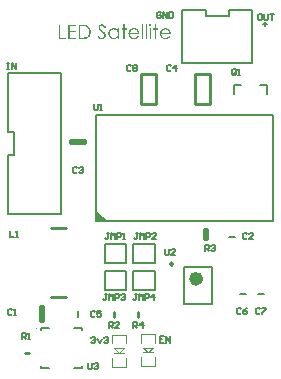
<source format=gto>
G04 Layer_Color=65535*
%FSAX25Y25*%
%MOIN*%
G70*
G01*
G75*
%ADD27C,0.01000*%
%ADD31C,0.00394*%
%ADD32C,0.00984*%
%ADD33C,0.02362*%
%ADD34C,0.00500*%
%ADD35C,0.00800*%
%ADD36C,0.00787*%
%ADD37C,0.00799*%
G36*
X0369617Y0371110D02*
X0370332D01*
Y0370716D01*
X0369617D01*
Y0367600D01*
X0369164D01*
Y0370716D01*
X0368548D01*
Y0371110D01*
X0369164D01*
Y0372415D01*
X0369617D01*
Y0371110D01*
D02*
G37*
G36*
X0366016Y0371195D02*
X0366061D01*
X0366166Y0371175D01*
X0366284Y0371156D01*
X0366416Y0371123D01*
X0366553Y0371077D01*
X0366685Y0371011D01*
X0366691D01*
X0366698Y0371005D01*
X0366717Y0370991D01*
X0366744Y0370978D01*
X0366809Y0370933D01*
X0366895Y0370873D01*
X0366986Y0370795D01*
X0367091Y0370703D01*
X0367196Y0370591D01*
X0367301Y0370460D01*
Y0371110D01*
X0367754D01*
Y0367600D01*
X0367301D01*
Y0368190D01*
X0367288Y0368184D01*
X0367249Y0368138D01*
X0367190Y0368079D01*
X0367111Y0368007D01*
X0367019Y0367921D01*
X0366908Y0367836D01*
X0366790Y0367751D01*
X0366658Y0367679D01*
X0366652D01*
X0366645Y0367672D01*
X0366626Y0367666D01*
X0366599Y0367653D01*
X0366527Y0367626D01*
X0366435Y0367593D01*
X0366317Y0367561D01*
X0366186Y0367534D01*
X0366042Y0367515D01*
X0365891Y0367508D01*
X0365858D01*
X0365819Y0367515D01*
X0365766D01*
X0365701Y0367528D01*
X0365629Y0367534D01*
X0365543Y0367554D01*
X0365458Y0367574D01*
X0365359Y0367607D01*
X0365255Y0367639D01*
X0365150Y0367685D01*
X0365045Y0367738D01*
X0364940Y0367797D01*
X0364828Y0367869D01*
X0364723Y0367954D01*
X0364625Y0368046D01*
X0364618Y0368053D01*
X0364605Y0368072D01*
X0364579Y0368099D01*
X0364546Y0368144D01*
X0364500Y0368197D01*
X0364461Y0368256D01*
X0364408Y0368328D01*
X0364362Y0368413D01*
X0364317Y0368505D01*
X0364264Y0368604D01*
X0364225Y0368709D01*
X0364185Y0368827D01*
X0364146Y0368951D01*
X0364120Y0369083D01*
X0364107Y0369214D01*
X0364100Y0369358D01*
Y0369365D01*
Y0369391D01*
X0364107Y0369430D01*
Y0369483D01*
X0364113Y0369548D01*
X0364126Y0369627D01*
X0364146Y0369712D01*
X0364166Y0369804D01*
X0364192Y0369903D01*
X0364231Y0370007D01*
X0364271Y0370119D01*
X0364323Y0370231D01*
X0364382Y0370336D01*
X0364454Y0370447D01*
X0364533Y0370552D01*
X0364625Y0370657D01*
X0364631Y0370663D01*
X0364651Y0370683D01*
X0364677Y0370709D01*
X0364717Y0370742D01*
X0364769Y0370782D01*
X0364835Y0370828D01*
X0364907Y0370880D01*
X0364986Y0370933D01*
X0365071Y0370978D01*
X0365169Y0371031D01*
X0365274Y0371077D01*
X0365386Y0371116D01*
X0365510Y0371149D01*
X0365635Y0371175D01*
X0365766Y0371195D01*
X0365904Y0371201D01*
X0365976D01*
X0366016Y0371195D01*
D02*
G37*
G36*
X0377004Y0367600D02*
X0376551D01*
Y0372461D01*
X0377004D01*
Y0367600D01*
D02*
G37*
G36*
X0375678D02*
X0375226D01*
Y0372461D01*
X0375678D01*
Y0367600D01*
D02*
G37*
G36*
X0355533Y0372336D02*
X0355631D01*
X0355743Y0372330D01*
X0355867Y0372323D01*
X0356117Y0372297D01*
X0356372Y0372271D01*
X0356497Y0372251D01*
X0356615Y0372225D01*
X0356720Y0372199D01*
X0356818Y0372166D01*
X0356825D01*
X0356851Y0372153D01*
X0356884Y0372140D01*
X0356930Y0372120D01*
X0356989Y0372094D01*
X0357055Y0372061D01*
X0357133Y0372021D01*
X0357212Y0371975D01*
X0357297Y0371917D01*
X0357383Y0371857D01*
X0357474Y0371792D01*
X0357566Y0371713D01*
X0357651Y0371634D01*
X0357737Y0371543D01*
X0357816Y0371438D01*
X0357894Y0371333D01*
X0357901Y0371326D01*
X0357914Y0371306D01*
X0357934Y0371274D01*
X0357953Y0371228D01*
X0357986Y0371169D01*
X0358019Y0371103D01*
X0358052Y0371018D01*
X0358091Y0370933D01*
X0358130Y0370834D01*
X0358163Y0370723D01*
X0358196Y0370604D01*
X0358229Y0370480D01*
X0358248Y0370349D01*
X0358268Y0370211D01*
X0358281Y0370060D01*
X0358288Y0369909D01*
Y0369903D01*
Y0369876D01*
Y0369837D01*
X0358281Y0369791D01*
Y0369725D01*
X0358275Y0369653D01*
X0358262Y0369575D01*
X0358248Y0369483D01*
X0358216Y0369286D01*
X0358157Y0369076D01*
X0358085Y0368860D01*
X0358032Y0368755D01*
X0357979Y0368650D01*
X0357973Y0368643D01*
X0357966Y0368623D01*
X0357947Y0368597D01*
X0357927Y0368564D01*
X0357894Y0368518D01*
X0357855Y0368466D01*
X0357763Y0368348D01*
X0357651Y0368217D01*
X0357514Y0368085D01*
X0357356Y0367961D01*
X0357271Y0367908D01*
X0357179Y0367856D01*
X0357173D01*
X0357159Y0367843D01*
X0357127Y0367830D01*
X0357087Y0367816D01*
X0357041Y0367797D01*
X0356976Y0367777D01*
X0356904Y0367751D01*
X0356825Y0367731D01*
X0356733Y0367705D01*
X0356628Y0367679D01*
X0356517Y0367659D01*
X0356392Y0367639D01*
X0356261Y0367626D01*
X0356117Y0367613D01*
X0355966Y0367600D01*
X0354293D01*
Y0372343D01*
X0355447D01*
X0355533Y0372336D01*
D02*
G37*
G36*
X0383222Y0371195D02*
X0383288Y0371188D01*
X0383360Y0371182D01*
X0383452Y0371169D01*
X0383550Y0371142D01*
X0383655Y0371116D01*
X0383767Y0371083D01*
X0383878Y0371037D01*
X0384003Y0370978D01*
X0384121Y0370913D01*
X0384239Y0370834D01*
X0384351Y0370742D01*
X0384462Y0370637D01*
X0384567Y0370519D01*
X0384574Y0370513D01*
X0384587Y0370499D01*
X0384600Y0370467D01*
X0384626Y0370434D01*
X0384659Y0370388D01*
X0384692Y0370329D01*
X0384725Y0370263D01*
X0384764Y0370185D01*
X0384797Y0370106D01*
X0384836Y0370014D01*
X0384869Y0369916D01*
X0384895Y0369811D01*
X0384921Y0369693D01*
X0384941Y0369575D01*
X0384954Y0369450D01*
X0384961Y0369319D01*
X0381805D01*
Y0369312D01*
Y0369292D01*
Y0369260D01*
X0381812Y0369214D01*
X0381819Y0369161D01*
X0381825Y0369102D01*
X0381838Y0369037D01*
X0381858Y0368965D01*
X0381904Y0368800D01*
X0381969Y0368630D01*
X0382015Y0368551D01*
X0382061Y0368466D01*
X0382120Y0368387D01*
X0382186Y0368308D01*
X0382192Y0368302D01*
X0382206Y0368289D01*
X0382225Y0368276D01*
X0382252Y0368249D01*
X0382291Y0368217D01*
X0382337Y0368184D01*
X0382389Y0368151D01*
X0382448Y0368118D01*
X0382579Y0368046D01*
X0382744Y0367981D01*
X0382829Y0367954D01*
X0382921Y0367941D01*
X0383019Y0367928D01*
X0383124Y0367921D01*
X0383170D01*
X0383222Y0367928D01*
X0383288Y0367935D01*
X0383367Y0367941D01*
X0383459Y0367961D01*
X0383550Y0367981D01*
X0383642Y0368013D01*
X0383655Y0368020D01*
X0383688Y0368033D01*
X0383734Y0368053D01*
X0383793Y0368079D01*
X0383859Y0368112D01*
X0383931Y0368158D01*
X0384003Y0368203D01*
X0384075Y0368256D01*
X0384082Y0368263D01*
X0384108Y0368289D01*
X0384141Y0368322D01*
X0384187Y0368381D01*
X0384246Y0368446D01*
X0384311Y0368538D01*
X0384384Y0368643D01*
X0384456Y0368761D01*
X0384843Y0368558D01*
Y0368551D01*
X0384836Y0368545D01*
X0384823Y0368525D01*
X0384810Y0368499D01*
X0384771Y0368427D01*
X0384718Y0368348D01*
X0384652Y0368249D01*
X0384580Y0368151D01*
X0384495Y0368053D01*
X0384403Y0367961D01*
X0384390Y0367954D01*
X0384364Y0367921D01*
X0384311Y0367882D01*
X0384246Y0367836D01*
X0384160Y0367777D01*
X0384069Y0367725D01*
X0383964Y0367666D01*
X0383852Y0367620D01*
X0383839Y0367613D01*
X0383800Y0367600D01*
X0383734Y0367587D01*
X0383655Y0367567D01*
X0383550Y0367541D01*
X0383432Y0367528D01*
X0383301Y0367515D01*
X0383163Y0367508D01*
X0383124D01*
X0383078Y0367515D01*
X0383019D01*
X0382947Y0367528D01*
X0382868Y0367541D01*
X0382776Y0367554D01*
X0382671Y0367580D01*
X0382566Y0367607D01*
X0382455Y0367646D01*
X0382343Y0367692D01*
X0382232Y0367744D01*
X0382120Y0367810D01*
X0382015Y0367882D01*
X0381917Y0367967D01*
X0381819Y0368066D01*
X0381812Y0368072D01*
X0381799Y0368092D01*
X0381773Y0368125D01*
X0381746Y0368164D01*
X0381707Y0368217D01*
X0381668Y0368282D01*
X0381622Y0368354D01*
X0381582Y0368440D01*
X0381537Y0368525D01*
X0381491Y0368623D01*
X0381451Y0368735D01*
X0381412Y0368846D01*
X0381386Y0368965D01*
X0381359Y0369083D01*
X0381346Y0369214D01*
X0381340Y0369345D01*
Y0369352D01*
Y0369378D01*
Y0369411D01*
X0381346Y0369457D01*
X0381353Y0369515D01*
X0381359Y0369581D01*
X0381372Y0369660D01*
X0381392Y0369745D01*
X0381438Y0369929D01*
X0381471Y0370027D01*
X0381510Y0370126D01*
X0381556Y0370231D01*
X0381615Y0370329D01*
X0381674Y0370434D01*
X0381746Y0370532D01*
X0381753Y0370539D01*
X0381773Y0370559D01*
X0381799Y0370591D01*
X0381838Y0370637D01*
X0381891Y0370690D01*
X0381956Y0370742D01*
X0382029Y0370808D01*
X0382114Y0370867D01*
X0382212Y0370933D01*
X0382317Y0370991D01*
X0382429Y0371044D01*
X0382553Y0371096D01*
X0382684Y0371142D01*
X0382829Y0371175D01*
X0382980Y0371195D01*
X0383137Y0371201D01*
X0383176D01*
X0383222Y0371195D01*
D02*
G37*
G36*
X0372720D02*
X0372785Y0371188D01*
X0372858Y0371182D01*
X0372949Y0371169D01*
X0373048Y0371142D01*
X0373153Y0371116D01*
X0373264Y0371083D01*
X0373376Y0371037D01*
X0373500Y0370978D01*
X0373619Y0370913D01*
X0373737Y0370834D01*
X0373848Y0370742D01*
X0373960Y0370637D01*
X0374065Y0370519D01*
X0374071Y0370513D01*
X0374084Y0370499D01*
X0374097Y0370467D01*
X0374124Y0370434D01*
X0374156Y0370388D01*
X0374189Y0370329D01*
X0374222Y0370263D01*
X0374261Y0370185D01*
X0374294Y0370106D01*
X0374334Y0370014D01*
X0374366Y0369916D01*
X0374393Y0369811D01*
X0374419Y0369693D01*
X0374439Y0369575D01*
X0374452Y0369450D01*
X0374458Y0369319D01*
X0371303D01*
Y0369312D01*
Y0369292D01*
Y0369260D01*
X0371309Y0369214D01*
X0371316Y0369161D01*
X0371323Y0369102D01*
X0371336Y0369037D01*
X0371355Y0368965D01*
X0371401Y0368800D01*
X0371467Y0368630D01*
X0371513Y0368551D01*
X0371559Y0368466D01*
X0371618Y0368387D01*
X0371683Y0368308D01*
X0371690Y0368302D01*
X0371703Y0368289D01*
X0371723Y0368276D01*
X0371749Y0368249D01*
X0371788Y0368217D01*
X0371834Y0368184D01*
X0371887Y0368151D01*
X0371946Y0368118D01*
X0372077Y0368046D01*
X0372241Y0367981D01*
X0372326Y0367954D01*
X0372418Y0367941D01*
X0372516Y0367928D01*
X0372621Y0367921D01*
X0372667D01*
X0372720Y0367928D01*
X0372785Y0367935D01*
X0372864Y0367941D01*
X0372956Y0367961D01*
X0373048Y0367981D01*
X0373140Y0368013D01*
X0373153Y0368020D01*
X0373186Y0368033D01*
X0373232Y0368053D01*
X0373291Y0368079D01*
X0373356Y0368112D01*
X0373428Y0368158D01*
X0373500Y0368203D01*
X0373573Y0368256D01*
X0373579Y0368263D01*
X0373605Y0368289D01*
X0373638Y0368322D01*
X0373684Y0368381D01*
X0373743Y0368446D01*
X0373809Y0368538D01*
X0373881Y0368643D01*
X0373953Y0368761D01*
X0374340Y0368558D01*
Y0368551D01*
X0374334Y0368545D01*
X0374321Y0368525D01*
X0374307Y0368499D01*
X0374268Y0368427D01*
X0374216Y0368348D01*
X0374150Y0368249D01*
X0374078Y0368151D01*
X0373992Y0368053D01*
X0373901Y0367961D01*
X0373887Y0367954D01*
X0373861Y0367921D01*
X0373809Y0367882D01*
X0373743Y0367836D01*
X0373658Y0367777D01*
X0373566Y0367725D01*
X0373461Y0367666D01*
X0373350Y0367620D01*
X0373337Y0367613D01*
X0373297Y0367600D01*
X0373232Y0367587D01*
X0373153Y0367567D01*
X0373048Y0367541D01*
X0372930Y0367528D01*
X0372799Y0367515D01*
X0372661Y0367508D01*
X0372621D01*
X0372575Y0367515D01*
X0372516D01*
X0372444Y0367528D01*
X0372366Y0367541D01*
X0372274Y0367554D01*
X0372169Y0367580D01*
X0372064Y0367607D01*
X0371952Y0367646D01*
X0371841Y0367692D01*
X0371729Y0367744D01*
X0371618Y0367810D01*
X0371513Y0367882D01*
X0371414Y0367967D01*
X0371316Y0368066D01*
X0371309Y0368072D01*
X0371296Y0368092D01*
X0371270Y0368125D01*
X0371244Y0368164D01*
X0371204Y0368217D01*
X0371165Y0368282D01*
X0371119Y0368354D01*
X0371080Y0368440D01*
X0371034Y0368525D01*
X0370988Y0368623D01*
X0370949Y0368735D01*
X0370909Y0368846D01*
X0370883Y0368965D01*
X0370857Y0369083D01*
X0370844Y0369214D01*
X0370837Y0369345D01*
Y0369352D01*
Y0369378D01*
Y0369411D01*
X0370844Y0369457D01*
X0370850Y0369515D01*
X0370857Y0369581D01*
X0370870Y0369660D01*
X0370890Y0369745D01*
X0370936Y0369929D01*
X0370968Y0370027D01*
X0371008Y0370126D01*
X0371054Y0370231D01*
X0371113Y0370329D01*
X0371172Y0370434D01*
X0371244Y0370532D01*
X0371250Y0370539D01*
X0371270Y0370559D01*
X0371296Y0370591D01*
X0371336Y0370637D01*
X0371388Y0370690D01*
X0371454Y0370742D01*
X0371526Y0370808D01*
X0371611Y0370867D01*
X0371710Y0370933D01*
X0371815Y0370991D01*
X0371926Y0371044D01*
X0372051Y0371096D01*
X0372182Y0371142D01*
X0372326Y0371175D01*
X0372477Y0371195D01*
X0372635Y0371201D01*
X0372674D01*
X0372720Y0371195D01*
D02*
G37*
G36*
X0353473Y0371877D02*
X0351229D01*
Y0370395D01*
X0353453D01*
Y0369929D01*
X0351229D01*
Y0368066D01*
X0353453D01*
Y0367600D01*
X0350757D01*
Y0372343D01*
X0353473D01*
Y0371877D01*
D02*
G37*
G36*
X0348172Y0368066D02*
X0349996D01*
Y0367600D01*
X0347700D01*
Y0372343D01*
X0348172D01*
Y0368066D01*
D02*
G37*
G36*
X0378151Y0372546D02*
X0378191Y0372540D01*
X0378230Y0372527D01*
X0378276Y0372507D01*
X0378315Y0372481D01*
X0378361Y0372441D01*
X0378368Y0372435D01*
X0378381Y0372422D01*
X0378394Y0372395D01*
X0378420Y0372369D01*
X0378440Y0372330D01*
X0378453Y0372284D01*
X0378466Y0372231D01*
X0378473Y0372172D01*
Y0372166D01*
Y0372146D01*
X0378466Y0372120D01*
X0378460Y0372080D01*
X0378447Y0372041D01*
X0378427Y0371995D01*
X0378401Y0371956D01*
X0378361Y0371910D01*
X0378355Y0371903D01*
X0378342Y0371897D01*
X0378315Y0371877D01*
X0378289Y0371857D01*
X0378250Y0371838D01*
X0378204Y0371825D01*
X0378151Y0371812D01*
X0378099Y0371805D01*
X0378073D01*
X0378047Y0371812D01*
X0378007Y0371818D01*
X0377968Y0371831D01*
X0377922Y0371851D01*
X0377883Y0371877D01*
X0377837Y0371910D01*
X0377830Y0371917D01*
X0377823Y0371930D01*
X0377804Y0371956D01*
X0377784Y0371982D01*
X0377765Y0372021D01*
X0377751Y0372067D01*
X0377738Y0372120D01*
X0377732Y0372172D01*
Y0372179D01*
Y0372199D01*
X0377738Y0372231D01*
X0377745Y0372264D01*
X0377758Y0372310D01*
X0377778Y0372349D01*
X0377804Y0372395D01*
X0377837Y0372441D01*
X0377843Y0372448D01*
X0377856Y0372461D01*
X0377883Y0372474D01*
X0377909Y0372500D01*
X0377948Y0372520D01*
X0377994Y0372533D01*
X0378047Y0372546D01*
X0378099Y0372553D01*
X0378125D01*
X0378151Y0372546D01*
D02*
G37*
G36*
X0362119Y0372454D02*
X0362204Y0372441D01*
X0362296Y0372422D01*
X0362401Y0372389D01*
X0362512Y0372349D01*
X0362624Y0372290D01*
X0362631D01*
X0362637Y0372284D01*
X0362677Y0372258D01*
X0362736Y0372212D01*
X0362814Y0372153D01*
X0362906Y0372067D01*
X0363011Y0371962D01*
X0363129Y0371831D01*
X0363188Y0371753D01*
X0363247Y0371674D01*
X0362854Y0371385D01*
Y0371392D01*
X0362841Y0371398D01*
X0362808Y0371444D01*
X0362762Y0371503D01*
X0362696Y0371575D01*
X0362624Y0371654D01*
X0362545Y0371733D01*
X0362467Y0371798D01*
X0362394Y0371851D01*
X0362388Y0371857D01*
X0362362Y0371871D01*
X0362322Y0371890D01*
X0362276Y0371910D01*
X0362211Y0371930D01*
X0362145Y0371949D01*
X0362066Y0371962D01*
X0361981Y0371969D01*
X0361935D01*
X0361883Y0371962D01*
X0361817Y0371949D01*
X0361738Y0371923D01*
X0361660Y0371897D01*
X0361581Y0371851D01*
X0361509Y0371792D01*
X0361502Y0371785D01*
X0361483Y0371759D01*
X0361450Y0371720D01*
X0361423Y0371674D01*
X0361391Y0371608D01*
X0361358Y0371536D01*
X0361338Y0371457D01*
X0361332Y0371365D01*
Y0371359D01*
Y0371339D01*
X0361338Y0371306D01*
Y0371267D01*
X0361345Y0371221D01*
X0361358Y0371175D01*
X0361391Y0371064D01*
X0361397Y0371057D01*
X0361404Y0371037D01*
X0361423Y0371011D01*
X0361443Y0370972D01*
X0361476Y0370926D01*
X0361515Y0370873D01*
X0361568Y0370814D01*
X0361627Y0370749D01*
X0361633Y0370742D01*
X0361653Y0370729D01*
X0361686Y0370703D01*
X0361738Y0370657D01*
X0361778Y0370624D01*
X0361824Y0370591D01*
X0361870Y0370552D01*
X0361929Y0370513D01*
X0361994Y0370460D01*
X0362066Y0370408D01*
X0362152Y0370342D01*
X0362244Y0370276D01*
X0362250Y0370270D01*
X0362270Y0370257D01*
X0362303Y0370231D01*
X0362342Y0370198D01*
X0362394Y0370158D01*
X0362453Y0370112D01*
X0362578Y0370001D01*
X0362722Y0369876D01*
X0362860Y0369739D01*
X0362985Y0369601D01*
X0363044Y0369529D01*
X0363090Y0369463D01*
Y0369457D01*
X0363103Y0369450D01*
X0363109Y0369430D01*
X0363129Y0369404D01*
X0363162Y0369332D01*
X0363208Y0369240D01*
X0363254Y0369135D01*
X0363287Y0369017D01*
X0363313Y0368886D01*
X0363326Y0368755D01*
Y0368748D01*
Y0368735D01*
Y0368702D01*
X0363319Y0368669D01*
X0363313Y0368623D01*
X0363306Y0368571D01*
X0363280Y0368446D01*
X0363228Y0368308D01*
X0363201Y0368236D01*
X0363162Y0368158D01*
X0363116Y0368079D01*
X0363064Y0368007D01*
X0363004Y0367928D01*
X0362932Y0367856D01*
X0362926Y0367849D01*
X0362913Y0367843D01*
X0362893Y0367823D01*
X0362860Y0367797D01*
X0362821Y0367771D01*
X0362781Y0367738D01*
X0362722Y0367705D01*
X0362663Y0367672D01*
X0362598Y0367633D01*
X0362526Y0367600D01*
X0362362Y0367541D01*
X0362270Y0367515D01*
X0362178Y0367495D01*
X0362080Y0367489D01*
X0361975Y0367482D01*
X0361935D01*
X0361902Y0367489D01*
X0361863D01*
X0361817Y0367495D01*
X0361712Y0367508D01*
X0361594Y0367534D01*
X0361463Y0367574D01*
X0361325Y0367633D01*
X0361187Y0367705D01*
X0361181D01*
X0361174Y0367718D01*
X0361155Y0367731D01*
X0361128Y0367751D01*
X0361063Y0367803D01*
X0360977Y0367889D01*
X0360931Y0367941D01*
X0360879Y0367994D01*
X0360827Y0368059D01*
X0360768Y0368131D01*
X0360715Y0368203D01*
X0360656Y0368289D01*
X0360603Y0368381D01*
X0360544Y0368479D01*
X0360945Y0368722D01*
X0360951Y0368715D01*
X0360964Y0368689D01*
X0360991Y0368650D01*
X0361023Y0368597D01*
X0361063Y0368538D01*
X0361109Y0368473D01*
X0361168Y0368407D01*
X0361227Y0368335D01*
X0361371Y0368190D01*
X0361456Y0368125D01*
X0361542Y0368066D01*
X0361633Y0368013D01*
X0361725Y0367974D01*
X0361824Y0367948D01*
X0361929Y0367941D01*
X0361968D01*
X0362014Y0367948D01*
X0362080Y0367954D01*
X0362145Y0367967D01*
X0362224Y0367987D01*
X0362303Y0368013D01*
X0362381Y0368046D01*
X0362388Y0368053D01*
X0362414Y0368066D01*
X0362453Y0368092D01*
X0362499Y0368125D01*
X0362552Y0368164D01*
X0362604Y0368217D01*
X0362657Y0368276D01*
X0362703Y0368341D01*
X0362709Y0368348D01*
X0362722Y0368374D01*
X0362736Y0368413D01*
X0362762Y0368466D01*
X0362781Y0368525D01*
X0362795Y0368591D01*
X0362808Y0368663D01*
X0362814Y0368741D01*
Y0368755D01*
Y0368781D01*
X0362808Y0368833D01*
X0362795Y0368892D01*
X0362775Y0368965D01*
X0362742Y0369043D01*
X0362703Y0369122D01*
X0362650Y0369207D01*
Y0369214D01*
X0362637Y0369220D01*
X0362624Y0369240D01*
X0362604Y0369266D01*
X0362552Y0369332D01*
X0362512Y0369378D01*
X0362467Y0369424D01*
X0362414Y0369476D01*
X0362355Y0369535D01*
X0362289Y0369594D01*
X0362211Y0369666D01*
X0362132Y0369732D01*
X0362040Y0369811D01*
X0361942Y0369889D01*
X0361837Y0369968D01*
X0361830Y0369975D01*
X0361811Y0369988D01*
X0361778Y0370014D01*
X0361738Y0370040D01*
X0361693Y0370080D01*
X0361640Y0370119D01*
X0361522Y0370217D01*
X0361391Y0370329D01*
X0361273Y0370434D01*
X0361220Y0370486D01*
X0361168Y0370532D01*
X0361128Y0370578D01*
X0361095Y0370618D01*
Y0370624D01*
X0361082Y0370631D01*
X0361076Y0370650D01*
X0361056Y0370677D01*
X0361017Y0370742D01*
X0360971Y0370834D01*
X0360925Y0370946D01*
X0360886Y0371064D01*
X0360859Y0371201D01*
X0360846Y0371346D01*
Y0371352D01*
Y0371359D01*
Y0371398D01*
X0360853Y0371457D01*
X0360866Y0371529D01*
X0360879Y0371621D01*
X0360905Y0371713D01*
X0360945Y0371812D01*
X0360991Y0371910D01*
X0360997Y0371923D01*
X0361017Y0371949D01*
X0361050Y0372002D01*
X0361102Y0372054D01*
X0361161Y0372120D01*
X0361233Y0372185D01*
X0361319Y0372251D01*
X0361410Y0372310D01*
X0361423Y0372317D01*
X0361456Y0372336D01*
X0361515Y0372356D01*
X0361588Y0372389D01*
X0361673Y0372415D01*
X0361771Y0372435D01*
X0361876Y0372454D01*
X0361994Y0372461D01*
X0362053D01*
X0362119Y0372454D01*
D02*
G37*
G36*
X0363222Y0306784D02*
X0359972D01*
Y0310033D01*
X0363222Y0306784D01*
D02*
G37*
G36*
X0378329Y0367600D02*
X0377876D01*
Y0371110D01*
X0378329D01*
Y0367600D01*
D02*
G37*
G36*
X0380119Y0371110D02*
X0380835D01*
Y0370716D01*
X0380119D01*
Y0367600D01*
X0379667D01*
Y0370716D01*
X0379050D01*
Y0371110D01*
X0379667D01*
Y0372415D01*
X0380119D01*
Y0371110D01*
D02*
G37*
%LPC*%
G36*
X0365937Y0370768D02*
X0365871D01*
X0365799Y0370762D01*
X0365707Y0370742D01*
X0365602Y0370723D01*
X0365484Y0370690D01*
X0365366Y0370644D01*
X0365241Y0370578D01*
X0365235D01*
X0365228Y0370572D01*
X0365189Y0370545D01*
X0365130Y0370499D01*
X0365058Y0370447D01*
X0364979Y0370368D01*
X0364894Y0370276D01*
X0364815Y0370171D01*
X0364736Y0370053D01*
Y0370047D01*
X0364730Y0370040D01*
X0364717Y0370021D01*
X0364710Y0369994D01*
X0364677Y0369929D01*
X0364645Y0369837D01*
X0364612Y0369732D01*
X0364579Y0369614D01*
X0364559Y0369483D01*
X0364553Y0369345D01*
Y0369338D01*
Y0369332D01*
Y0369312D01*
Y0369279D01*
X0364566Y0369214D01*
X0364579Y0369122D01*
X0364599Y0369010D01*
X0364631Y0368892D01*
X0364677Y0368768D01*
X0364736Y0368636D01*
Y0368630D01*
X0364743Y0368623D01*
X0364769Y0368577D01*
X0364815Y0368518D01*
X0364874Y0368440D01*
X0364946Y0368354D01*
X0365032Y0368269D01*
X0365137Y0368184D01*
X0365248Y0368105D01*
X0365255D01*
X0365261Y0368099D01*
X0365281Y0368085D01*
X0365307Y0368079D01*
X0365366Y0368046D01*
X0365458Y0368013D01*
X0365556Y0367981D01*
X0365674Y0367948D01*
X0365799Y0367928D01*
X0365937Y0367921D01*
X0366002D01*
X0366068Y0367935D01*
X0366160Y0367948D01*
X0366271Y0367967D01*
X0366383Y0368000D01*
X0366508Y0368046D01*
X0366632Y0368105D01*
X0366639D01*
X0366645Y0368112D01*
X0366685Y0368138D01*
X0366750Y0368184D01*
X0366822Y0368243D01*
X0366901Y0368315D01*
X0366986Y0368400D01*
X0367072Y0368499D01*
X0367144Y0368610D01*
Y0368617D01*
X0367150Y0368623D01*
X0367163Y0368643D01*
X0367170Y0368669D01*
X0367203Y0368735D01*
X0367236Y0368820D01*
X0367268Y0368925D01*
X0367301Y0369050D01*
X0367321Y0369187D01*
X0367327Y0369332D01*
Y0369338D01*
Y0369358D01*
Y0369391D01*
X0367321Y0369437D01*
X0367314Y0369489D01*
X0367308Y0369548D01*
X0367295Y0369614D01*
X0367275Y0369686D01*
X0367229Y0369850D01*
X0367196Y0369935D01*
X0367157Y0370021D01*
X0367111Y0370106D01*
X0367052Y0370191D01*
X0366993Y0370276D01*
X0366921Y0370355D01*
X0366914Y0370362D01*
X0366901Y0370375D01*
X0366881Y0370395D01*
X0366849Y0370421D01*
X0366809Y0370454D01*
X0366763Y0370486D01*
X0366711Y0370526D01*
X0366645Y0370565D01*
X0366580Y0370598D01*
X0366508Y0370637D01*
X0366337Y0370703D01*
X0366245Y0370729D01*
X0366147Y0370749D01*
X0366042Y0370762D01*
X0365937Y0370768D01*
D02*
G37*
G36*
X0355264Y0371877D02*
X0354745D01*
Y0368046D01*
X0355447D01*
X0355533Y0368053D01*
X0355625D01*
X0355723Y0368059D01*
X0355828D01*
X0356057Y0368072D01*
X0356280Y0368099D01*
X0356385Y0368112D01*
X0356484Y0368125D01*
X0356576Y0368144D01*
X0356654Y0368164D01*
X0356661D01*
X0356681Y0368171D01*
X0356707Y0368184D01*
X0356740Y0368197D01*
X0356786Y0368217D01*
X0356838Y0368243D01*
X0356956Y0368308D01*
X0357094Y0368394D01*
X0357232Y0368505D01*
X0357369Y0368636D01*
X0357494Y0368794D01*
X0357501Y0368800D01*
X0357507Y0368814D01*
X0357520Y0368840D01*
X0357540Y0368873D01*
X0357566Y0368919D01*
X0357593Y0368971D01*
X0357619Y0369030D01*
X0357651Y0369102D01*
X0357678Y0369181D01*
X0357704Y0369260D01*
X0357730Y0369352D01*
X0357756Y0369450D01*
X0357789Y0369660D01*
X0357802Y0369778D01*
Y0369896D01*
Y0369903D01*
Y0369929D01*
Y0369962D01*
X0357796Y0370014D01*
X0357789Y0370073D01*
X0357783Y0370139D01*
X0357776Y0370217D01*
X0357763Y0370303D01*
X0357724Y0370486D01*
X0357665Y0370683D01*
X0357625Y0370782D01*
X0357579Y0370880D01*
X0357527Y0370978D01*
X0357468Y0371070D01*
X0357461Y0371077D01*
X0357455Y0371090D01*
X0357435Y0371116D01*
X0357409Y0371149D01*
X0357369Y0371188D01*
X0357330Y0371234D01*
X0357284Y0371280D01*
X0357225Y0371339D01*
X0357166Y0371392D01*
X0357094Y0371444D01*
X0357022Y0371503D01*
X0356937Y0371556D01*
X0356753Y0371661D01*
X0356648Y0371700D01*
X0356543Y0371739D01*
X0356536D01*
X0356523Y0371746D01*
X0356497Y0371753D01*
X0356458Y0371759D01*
X0356412Y0371772D01*
X0356346Y0371785D01*
X0356274Y0371798D01*
X0356195Y0371812D01*
X0356097Y0371818D01*
X0355992Y0371831D01*
X0355867Y0371844D01*
X0355736Y0371857D01*
X0355592Y0371864D01*
X0355434Y0371871D01*
X0355264Y0371877D01*
D02*
G37*
G36*
X0383144Y0370768D02*
X0383091D01*
X0383058Y0370762D01*
X0383013Y0370755D01*
X0382960Y0370749D01*
X0382842Y0370729D01*
X0382698Y0370690D01*
X0382553Y0370631D01*
X0382475Y0370591D01*
X0382402Y0370545D01*
X0382330Y0370493D01*
X0382258Y0370434D01*
X0382245Y0370421D01*
X0382212Y0370388D01*
X0382166Y0370329D01*
X0382107Y0370250D01*
X0382042Y0370152D01*
X0381969Y0370027D01*
X0381904Y0369883D01*
X0381845Y0369712D01*
X0384462D01*
Y0369719D01*
X0384456Y0369725D01*
Y0369745D01*
X0384443Y0369771D01*
X0384423Y0369837D01*
X0384397Y0369916D01*
X0384357Y0370007D01*
X0384311Y0370106D01*
X0384259Y0370198D01*
X0384193Y0370283D01*
X0384187Y0370290D01*
X0384160Y0370322D01*
X0384128Y0370362D01*
X0384075Y0370408D01*
X0384010Y0370460D01*
X0383931Y0370519D01*
X0383839Y0370578D01*
X0383741Y0370631D01*
X0383728Y0370637D01*
X0383695Y0370650D01*
X0383636Y0370677D01*
X0383563Y0370703D01*
X0383472Y0370723D01*
X0383373Y0370749D01*
X0383262Y0370762D01*
X0383144Y0370768D01*
D02*
G37*
G36*
X0372641D02*
X0372589D01*
X0372556Y0370762D01*
X0372510Y0370755D01*
X0372457Y0370749D01*
X0372339Y0370729D01*
X0372195Y0370690D01*
X0372051Y0370631D01*
X0371972Y0370591D01*
X0371900Y0370545D01*
X0371828Y0370493D01*
X0371756Y0370434D01*
X0371742Y0370421D01*
X0371710Y0370388D01*
X0371664Y0370329D01*
X0371605Y0370250D01*
X0371539Y0370152D01*
X0371467Y0370027D01*
X0371401Y0369883D01*
X0371342Y0369712D01*
X0373960D01*
Y0369719D01*
X0373953Y0369725D01*
Y0369745D01*
X0373940Y0369771D01*
X0373920Y0369837D01*
X0373894Y0369916D01*
X0373855Y0370007D01*
X0373809Y0370106D01*
X0373756Y0370198D01*
X0373691Y0370283D01*
X0373684Y0370290D01*
X0373658Y0370322D01*
X0373625Y0370362D01*
X0373573Y0370408D01*
X0373507Y0370460D01*
X0373428Y0370519D01*
X0373337Y0370578D01*
X0373238Y0370631D01*
X0373225Y0370637D01*
X0373192Y0370650D01*
X0373133Y0370677D01*
X0373061Y0370703D01*
X0372969Y0370723D01*
X0372871Y0370749D01*
X0372759Y0370762D01*
X0372641Y0370768D01*
D02*
G37*
%LPD*%
D27*
X0374000Y0274913D02*
Y0276487D01*
X0366000Y0274913D02*
Y0276487D01*
X0336205Y0262772D02*
X0337780D01*
X0393000Y0346000D02*
X0398000D01*
X0393000Y0356000D02*
X0398000D01*
X0393000Y0346000D02*
Y0356000D01*
X0398000Y0346000D02*
Y0356000D01*
X0396106Y0304075D02*
X0396894D01*
X0396106Y0300925D02*
X0396894D01*
Y0304075D01*
X0396106Y0300925D02*
Y0304075D01*
X0380000Y0346000D02*
Y0356000D01*
X0375000Y0346000D02*
Y0356000D01*
X0380000D01*
X0375000Y0346000D02*
X0380000D01*
X0345138Y0281583D02*
X0349862D01*
X0345138Y0304417D02*
X0349862D01*
X0351500Y0333000D02*
X0356500D01*
X0351500Y0334000D02*
X0356500D01*
Y0333000D02*
Y0334000D01*
X0351500Y0333000D02*
Y0334000D01*
X0342500Y0273500D02*
Y0278500D01*
X0341500Y0273500D02*
Y0278500D01*
X0342500D01*
X0341500Y0273500D02*
X0342500D01*
D31*
X0340429Y0271193D02*
G03*
X0340429Y0271193I-0000197J0000000D01*
G01*
X0375725Y0264687D02*
X0378875D01*
X0375706D02*
X0377300Y0263094D01*
X0378894Y0264687D01*
X0375627Y0263094D02*
X0378973D01*
X0374938Y0258585D02*
X0379662D01*
X0374938Y0266361D02*
Y0269215D01*
X0379662D01*
Y0266361D02*
Y0269215D01*
Y0258585D02*
Y0261439D01*
X0374938Y0258585D02*
Y0261439D01*
X0366067Y0264421D02*
X0369217D01*
X0366048D02*
X0367642Y0262827D01*
X0369236Y0264421D01*
X0365969Y0262827D02*
X0369315D01*
X0365280Y0258319D02*
X0370004D01*
X0365280Y0266094D02*
Y0268949D01*
X0370004D01*
Y0266094D02*
Y0268949D01*
Y0258319D02*
Y0261173D01*
X0365280Y0258319D02*
Y0261173D01*
D32*
X0385732Y0292587D02*
G03*
X0385732Y0292587I-0000492J0000000D01*
G01*
D33*
X0394590Y0287665D02*
G03*
X0394590Y0287665I-0001181J0000000D01*
G01*
D34*
X0414000Y0282729D02*
X0416000D01*
X0404500Y0301500D02*
X0406500D01*
X0408000Y0282614D02*
X0410000D01*
X0353886Y0275000D02*
Y0277000D01*
X0372300Y0271200D02*
Y0273369D01*
X0373384D01*
X0373746Y0273007D01*
Y0272284D01*
X0373384Y0271923D01*
X0372300D01*
X0373023D02*
X0373746Y0271200D01*
X0375553D02*
Y0273369D01*
X0374469Y0272284D01*
X0375914D01*
X0364200Y0271100D02*
Y0273269D01*
X0365284D01*
X0365646Y0272907D01*
Y0272184D01*
X0365284Y0271823D01*
X0364200D01*
X0364923D02*
X0365646Y0271100D01*
X0367814D02*
X0366369D01*
X0367814Y0272546D01*
Y0272907D01*
X0367453Y0273269D01*
X0366730D01*
X0366369Y0272907D01*
X0358300Y0267907D02*
X0358661Y0268269D01*
X0359384D01*
X0359746Y0267907D01*
Y0267546D01*
X0359384Y0267184D01*
X0359023D01*
X0359384D01*
X0359746Y0266823D01*
Y0266461D01*
X0359384Y0266100D01*
X0358661D01*
X0358300Y0266461D01*
X0360469Y0267546D02*
X0361191Y0266100D01*
X0361914Y0267546D01*
X0362637Y0267907D02*
X0362999Y0268269D01*
X0363721D01*
X0364083Y0267907D01*
Y0267546D01*
X0363721Y0267184D01*
X0363360D01*
X0363721D01*
X0364083Y0266823D01*
Y0266461D01*
X0363721Y0266100D01*
X0362999D01*
X0362637Y0266461D01*
X0382646Y0268569D02*
X0381200D01*
Y0266400D01*
X0382646D01*
X0381200Y0267484D02*
X0381923D01*
X0383369Y0266400D02*
Y0268569D01*
X0384814Y0266400D01*
Y0268569D01*
X0410333Y0302666D02*
X0410000Y0302999D01*
X0409333D01*
X0409000Y0302666D01*
Y0301333D01*
X0409333Y0301000D01*
X0410000D01*
X0410333Y0301333D01*
X0412332Y0301000D02*
X0410999D01*
X0412332Y0302333D01*
Y0302666D01*
X0411999Y0302999D01*
X0411333D01*
X0410999Y0302666D01*
X0385083Y0358666D02*
X0384750Y0358999D01*
X0384083D01*
X0383750Y0358666D01*
Y0357333D01*
X0384083Y0357000D01*
X0384750D01*
X0385083Y0357333D01*
X0386749Y0357000D02*
Y0358999D01*
X0385749Y0358000D01*
X0387082D01*
X0359719Y0276666D02*
X0359385Y0276999D01*
X0358719D01*
X0358386Y0276666D01*
Y0275333D01*
X0358719Y0275000D01*
X0359385D01*
X0359719Y0275333D01*
X0361718Y0276999D02*
X0360385D01*
Y0276000D01*
X0361052Y0276333D01*
X0361385D01*
X0361718Y0276000D01*
Y0275333D01*
X0361385Y0275000D01*
X0360718D01*
X0360385Y0275333D01*
X0408333Y0277666D02*
X0408000Y0277999D01*
X0407333D01*
X0407000Y0277666D01*
Y0276333D01*
X0407333Y0276000D01*
X0408000D01*
X0408333Y0276333D01*
X0410332Y0277999D02*
X0409666Y0277666D01*
X0408999Y0277000D01*
Y0276333D01*
X0409333Y0276000D01*
X0409999D01*
X0410332Y0276333D01*
Y0276666D01*
X0409999Y0277000D01*
X0408999D01*
X0414833Y0277666D02*
X0414500Y0277999D01*
X0413833D01*
X0413500Y0277666D01*
Y0276333D01*
X0413833Y0276000D01*
X0414500D01*
X0414833Y0276333D01*
X0415499Y0277999D02*
X0416832D01*
Y0277666D01*
X0415499Y0276333D01*
Y0276000D01*
X0364333Y0302999D02*
X0363666D01*
X0364000D01*
Y0301333D01*
X0363666Y0301000D01*
X0363333D01*
X0363000Y0301333D01*
X0364999Y0301000D02*
Y0302999D01*
X0365666Y0302333D01*
X0366332Y0302999D01*
Y0301000D01*
X0366999D02*
Y0302999D01*
X0367998D01*
X0368332Y0302666D01*
Y0302000D01*
X0367998Y0301666D01*
X0366999D01*
X0368998Y0301000D02*
X0369665D01*
X0369331D01*
Y0302999D01*
X0368998Y0302666D01*
X0374081Y0302999D02*
X0373414D01*
X0373748D01*
Y0301333D01*
X0373414Y0301000D01*
X0373081D01*
X0372748Y0301333D01*
X0374747Y0301000D02*
Y0302999D01*
X0375414Y0302333D01*
X0376080Y0302999D01*
Y0301000D01*
X0376747D02*
Y0302999D01*
X0377746D01*
X0378080Y0302666D01*
Y0302000D01*
X0377746Y0301666D01*
X0376747D01*
X0380079Y0301000D02*
X0378746D01*
X0380079Y0302333D01*
Y0302666D01*
X0379746Y0302999D01*
X0379079D01*
X0378746Y0302666D01*
X0363581Y0282499D02*
X0362914D01*
X0363248D01*
Y0280833D01*
X0362914Y0280500D01*
X0362581D01*
X0362248Y0280833D01*
X0364247Y0280500D02*
Y0282499D01*
X0364914Y0281833D01*
X0365580Y0282499D01*
Y0280500D01*
X0366247D02*
Y0282499D01*
X0367246D01*
X0367580Y0282166D01*
Y0281500D01*
X0367246Y0281166D01*
X0366247D01*
X0368246Y0282166D02*
X0368579Y0282499D01*
X0369246D01*
X0369579Y0282166D01*
Y0281833D01*
X0369246Y0281500D01*
X0368913D01*
X0369246D01*
X0369579Y0281166D01*
Y0280833D01*
X0369246Y0280500D01*
X0368579D01*
X0368246Y0280833D01*
X0373581Y0282499D02*
X0372914D01*
X0373248D01*
Y0280833D01*
X0372914Y0280500D01*
X0372581D01*
X0372248Y0280833D01*
X0374247Y0280500D02*
Y0282499D01*
X0374914Y0281833D01*
X0375580Y0282499D01*
Y0280500D01*
X0376247D02*
Y0282499D01*
X0377246D01*
X0377580Y0282166D01*
Y0281500D01*
X0377246Y0281166D01*
X0376247D01*
X0379246Y0280500D02*
Y0282499D01*
X0378246Y0281500D01*
X0379579D01*
X0330500Y0359451D02*
X0331166D01*
X0330833D01*
Y0357452D01*
X0330500D01*
X0331166D01*
X0332166D02*
Y0359451D01*
X0333499Y0357452D01*
Y0359451D01*
X0415000Y0375999D02*
X0414333D01*
X0414000Y0375666D01*
Y0374333D01*
X0414333Y0374000D01*
X0415000D01*
X0415333Y0374333D01*
Y0375666D01*
X0415000Y0375999D01*
X0415999D02*
Y0374333D01*
X0416333Y0374000D01*
X0416999D01*
X0417332Y0374333D01*
Y0375999D01*
X0417999D02*
X0419332D01*
X0418665D01*
Y0374000D01*
X0331500Y0303499D02*
Y0301500D01*
X0332833D01*
X0333499D02*
X0334166D01*
X0333833D01*
Y0303499D01*
X0333499Y0303166D01*
X0406833Y0355833D02*
Y0357166D01*
X0406500Y0357499D01*
X0405833D01*
X0405500Y0357166D01*
Y0355833D01*
X0405833Y0355500D01*
X0406500D01*
X0406166Y0356166D02*
X0406833Y0355500D01*
X0406500D02*
X0406833Y0355833D01*
X0407499Y0355500D02*
X0408166D01*
X0407833D01*
Y0357499D01*
X0407499Y0357166D01*
X0335500Y0267500D02*
Y0269499D01*
X0336500D01*
X0336833Y0269166D01*
Y0268500D01*
X0336500Y0268166D01*
X0335500D01*
X0336166D02*
X0336833Y0267500D01*
X0337499D02*
X0338166D01*
X0337833D01*
Y0269499D01*
X0337499Y0269166D01*
X0396500Y0297000D02*
Y0298999D01*
X0397500D01*
X0397833Y0298666D01*
Y0298000D01*
X0397500Y0297666D01*
X0396500D01*
X0397166D02*
X0397833Y0297000D01*
X0398499Y0298666D02*
X0398833Y0298999D01*
X0399499D01*
X0399832Y0298666D01*
Y0298333D01*
X0399499Y0298000D01*
X0399166D01*
X0399499D01*
X0399832Y0297666D01*
Y0297333D01*
X0399499Y0297000D01*
X0398833D01*
X0398499Y0297333D01*
X0359500Y0345999D02*
Y0344333D01*
X0359833Y0344000D01*
X0360500D01*
X0360833Y0344333D01*
Y0345999D01*
X0361499Y0344000D02*
X0362166D01*
X0361833D01*
Y0345999D01*
X0361499Y0345666D01*
X0383000Y0297499D02*
Y0295833D01*
X0383333Y0295500D01*
X0384000D01*
X0384333Y0295833D01*
Y0297499D01*
X0386332Y0295500D02*
X0384999D01*
X0386332Y0296833D01*
Y0297166D01*
X0385999Y0297499D01*
X0385333D01*
X0384999Y0297166D01*
X0357500Y0259499D02*
Y0257833D01*
X0357833Y0257500D01*
X0358500D01*
X0358833Y0257833D01*
Y0259499D01*
X0359499Y0259166D02*
X0359833Y0259499D01*
X0360499D01*
X0360832Y0259166D01*
Y0258833D01*
X0360499Y0258500D01*
X0360166D01*
X0360499D01*
X0360832Y0258166D01*
Y0257833D01*
X0360499Y0257500D01*
X0359833D01*
X0359499Y0257833D01*
X0371833Y0358666D02*
X0371500Y0358999D01*
X0370833D01*
X0370500Y0358666D01*
Y0357333D01*
X0370833Y0357000D01*
X0371500D01*
X0371833Y0357333D01*
X0372499Y0358666D02*
X0372833Y0358999D01*
X0373499D01*
X0373832Y0358666D01*
Y0358333D01*
X0373499Y0358000D01*
X0373832Y0357666D01*
Y0357333D01*
X0373499Y0357000D01*
X0372833D01*
X0372499Y0357333D01*
Y0357666D01*
X0372833Y0358000D01*
X0372499Y0358333D01*
Y0358666D01*
X0372833Y0358000D02*
X0373499D01*
X0353833Y0324666D02*
X0353500Y0324999D01*
X0352833D01*
X0352500Y0324666D01*
Y0323333D01*
X0352833Y0323000D01*
X0353500D01*
X0353833Y0323333D01*
X0354499Y0324666D02*
X0354833Y0324999D01*
X0355499D01*
X0355832Y0324666D01*
Y0324333D01*
X0355499Y0324000D01*
X0355166D01*
X0355499D01*
X0355832Y0323666D01*
Y0323333D01*
X0355499Y0323000D01*
X0354833D01*
X0354499Y0323333D01*
X0331967Y0277166D02*
X0331633Y0277499D01*
X0330967D01*
X0330634Y0277166D01*
Y0275833D01*
X0330967Y0275500D01*
X0331633D01*
X0331967Y0275833D01*
X0332633Y0275500D02*
X0333300D01*
X0332966D01*
Y0277499D01*
X0332633Y0277166D01*
X0415800Y0372500D02*
X0417133D01*
X0416466Y0373166D02*
Y0371833D01*
X0381733Y0376166D02*
X0381400Y0376499D01*
X0380733D01*
X0380400Y0376166D01*
Y0374833D01*
X0380733Y0374500D01*
X0381400D01*
X0381733Y0374833D01*
Y0375500D01*
X0381066D01*
X0382399Y0374500D02*
Y0376499D01*
X0383732Y0374500D01*
Y0376499D01*
X0384399D02*
Y0374500D01*
X0385398D01*
X0385732Y0374833D01*
Y0376166D01*
X0385398Y0376499D01*
X0384399D01*
D35*
X0405988Y0352300D02*
X0408350D01*
X0405988Y0349106D02*
Y0352300D01*
X0414700D02*
X0417100D01*
Y0349106D02*
Y0352300D01*
X0388752Y0359500D02*
Y0377284D01*
X0404500Y0375316D02*
Y0377284D01*
X0396626Y0375316D02*
Y0377284D01*
Y0375316D02*
X0404500D01*
X0388752Y0377284D02*
X0396626D01*
X0388752Y0359500D02*
X0412177D01*
Y0377284D01*
X0330716Y0309252D02*
X0348500D01*
X0330716Y0336689D02*
X0332684D01*
X0330716Y0328752D02*
X0332684D01*
Y0336689D01*
X0330716D02*
Y0356177D01*
Y0309252D02*
Y0328752D01*
X0348500Y0309252D02*
Y0356177D01*
X0330716D02*
X0348500D01*
D36*
X0341807Y0270504D02*
Y0271193D01*
Y0257807D02*
Y0258496D01*
X0355193Y0270504D02*
Y0271193D01*
Y0257807D02*
Y0258496D01*
X0341807Y0271193D02*
X0344386D01*
X0352614D02*
X0355193D01*
X0341807Y0257807D02*
X0344386D01*
X0352614D02*
X0355193D01*
X0419028Y0306783D02*
Y0342217D01*
X0359972Y0306783D02*
Y0342217D01*
X0419028D01*
X0359972Y0306783D02*
X0419028D01*
X0359972Y0310033D02*
X0363222Y0306783D01*
X0389472Y0279398D02*
Y0291602D01*
X0398528Y0279398D02*
Y0291602D01*
X0389472D02*
X0398528D01*
X0389472Y0279398D02*
X0398528D01*
D37*
X0362957Y0299150D02*
X0370043D01*
Y0292850D02*
Y0299150D01*
X0362957Y0292850D02*
X0370043D01*
X0362957D02*
Y0299150D01*
X0372457D02*
X0379543D01*
Y0292850D02*
Y0299150D01*
X0372457Y0292850D02*
X0379543D01*
X0372457D02*
Y0299150D01*
X0362957Y0290150D02*
X0370043D01*
Y0283850D02*
Y0290150D01*
X0362957Y0283850D02*
X0370043D01*
X0362957D02*
Y0290150D01*
X0372457D02*
X0379543D01*
Y0283850D02*
Y0290150D01*
X0372457Y0283850D02*
X0379543D01*
X0372457D02*
Y0290150D01*
X0404500Y0377284D02*
X0412177D01*
M02*

</source>
